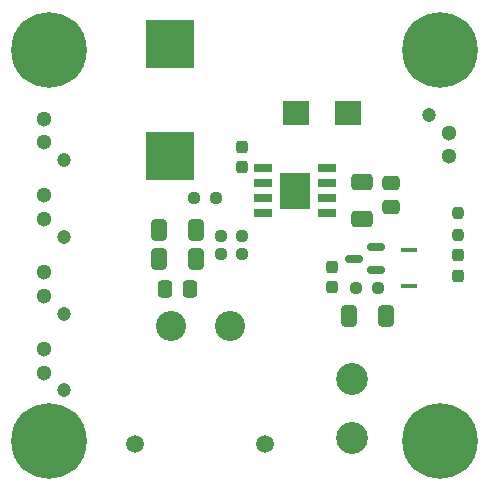
<source format=gbr>
%TF.GenerationSoftware,KiCad,Pcbnew,8.0.2*%
%TF.CreationDate,2024-05-06T11:08:46+09:00*%
%TF.ProjectId,5V-3A-BEC,35562d33-412d-4424-9543-2e6b69636164,0.1*%
%TF.SameCoordinates,Original*%
%TF.FileFunction,Soldermask,Top*%
%TF.FilePolarity,Negative*%
%FSLAX46Y46*%
G04 Gerber Fmt 4.6, Leading zero omitted, Abs format (unit mm)*
G04 Created by KiCad (PCBNEW 8.0.2) date 2024-05-06 11:08:46*
%MOMM*%
%LPD*%
G01*
G04 APERTURE LIST*
G04 Aperture macros list*
%AMRoundRect*
0 Rectangle with rounded corners*
0 $1 Rounding radius*
0 $2 $3 $4 $5 $6 $7 $8 $9 X,Y pos of 4 corners*
0 Add a 4 corners polygon primitive as box body*
4,1,4,$2,$3,$4,$5,$6,$7,$8,$9,$2,$3,0*
0 Add four circle primitives for the rounded corners*
1,1,$1+$1,$2,$3*
1,1,$1+$1,$4,$5*
1,1,$1+$1,$6,$7*
1,1,$1+$1,$8,$9*
0 Add four rect primitives between the rounded corners*
20,1,$1+$1,$2,$3,$4,$5,0*
20,1,$1+$1,$4,$5,$6,$7,0*
20,1,$1+$1,$6,$7,$8,$9,0*
20,1,$1+$1,$8,$9,$2,$3,0*%
G04 Aperture macros list end*
%ADD10R,2.200000X2.100000*%
%ADD11RoundRect,0.237500X0.237500X-0.300000X0.237500X0.300000X-0.237500X0.300000X-0.237500X-0.300000X0*%
%ADD12C,1.200000*%
%ADD13C,1.300000*%
%ADD14RoundRect,0.237500X-0.237500X0.287500X-0.237500X-0.287500X0.237500X-0.287500X0.237500X0.287500X0*%
%ADD15RoundRect,0.150000X0.587500X0.150000X-0.587500X0.150000X-0.587500X-0.150000X0.587500X-0.150000X0*%
%ADD16C,0.800000*%
%ADD17C,6.400000*%
%ADD18RoundRect,0.250000X-0.412500X-0.650000X0.412500X-0.650000X0.412500X0.650000X-0.412500X0.650000X0*%
%ADD19RoundRect,0.237500X0.250000X0.237500X-0.250000X0.237500X-0.250000X-0.237500X0.250000X-0.237500X0*%
%ADD20RoundRect,0.250000X0.475000X-0.337500X0.475000X0.337500X-0.475000X0.337500X-0.475000X-0.337500X0*%
%ADD21RoundRect,0.250000X0.412500X0.650000X-0.412500X0.650000X-0.412500X-0.650000X0.412500X-0.650000X0*%
%ADD22RoundRect,0.237500X-0.250000X-0.237500X0.250000X-0.237500X0.250000X0.237500X-0.250000X0.237500X0*%
%ADD23R,1.525000X0.650000*%
%ADD24R,2.600000X3.100000*%
%ADD25C,2.550000*%
%ADD26C,1.500000*%
%ADD27RoundRect,0.250000X0.337500X0.475000X-0.337500X0.475000X-0.337500X-0.475000X0.337500X-0.475000X0*%
%ADD28C,2.700000*%
%ADD29R,4.100000X4.100000*%
%ADD30RoundRect,0.237500X-0.237500X0.250000X-0.237500X-0.250000X0.237500X-0.250000X0.237500X0.250000X0*%
%ADD31RoundRect,0.250000X0.650000X-0.412500X0.650000X0.412500X-0.650000X0.412500X-0.650000X-0.412500X0*%
%ADD32R,1.450000X0.390000*%
G04 APERTURE END LIST*
D10*
%TO.C,D2*%
X126200000Y-111800000D03*
X121800000Y-111800000D03*
%TD*%
D11*
%TO.C,C8*%
X124862500Y-126550000D03*
X124862500Y-124825000D03*
%TD*%
D12*
%TO.C,J1*%
X133000000Y-112000000D03*
D13*
X134700000Y-113500000D03*
X134700000Y-115500000D03*
%TD*%
D14*
%TO.C,D1*%
X135500000Y-123850000D03*
X135500000Y-125600000D03*
%TD*%
D15*
%TO.C,Q1*%
X128537500Y-125100000D03*
X128537500Y-123200000D03*
X126662500Y-124150000D03*
%TD*%
D12*
%TO.C,J6*%
X102100000Y-128800000D03*
D13*
X100400000Y-127300000D03*
X100400000Y-125300000D03*
%TD*%
D11*
%TO.C,C1*%
X117170000Y-116400000D03*
X117170000Y-114675000D03*
%TD*%
D16*
%TO.C,H4*%
X131600000Y-106450001D03*
X132302944Y-104752945D03*
X132302944Y-108147057D03*
X134000000Y-104050001D03*
D17*
X134000000Y-106450001D03*
D16*
X134000000Y-108850001D03*
X135697056Y-104752945D03*
X135697056Y-108147057D03*
X136400000Y-106450001D03*
%TD*%
D12*
%TO.C,J5*%
X102100000Y-122300000D03*
D13*
X100400000Y-120800000D03*
X100400000Y-118800000D03*
%TD*%
D18*
%TO.C,C7*%
X126237500Y-129000000D03*
X129362500Y-129000000D03*
%TD*%
D19*
%TO.C,R5*%
X128712500Y-126650000D03*
X126887500Y-126650000D03*
%TD*%
D20*
%TO.C,C6*%
X129800000Y-119800000D03*
X129800000Y-117725000D03*
%TD*%
D21*
%TO.C,C3*%
X113312500Y-124150000D03*
X110187500Y-124150000D03*
%TD*%
%TO.C,C4*%
X113312500Y-121750000D03*
X110187500Y-121750000D03*
%TD*%
D22*
%TO.C,R1*%
X113175000Y-119000000D03*
X115000000Y-119000000D03*
%TD*%
%TO.C,R2*%
X115400000Y-123750000D03*
X117225000Y-123750000D03*
%TD*%
D16*
%TO.C,H1*%
X98500000Y-106450001D03*
X99202944Y-104752945D03*
X99202944Y-108147057D03*
X100900000Y-104050001D03*
D17*
X100900000Y-106450001D03*
D16*
X100900000Y-108850001D03*
X102597056Y-104752945D03*
X102597056Y-108147057D03*
X103300000Y-106450001D03*
%TD*%
D12*
%TO.C,J7*%
X102100000Y-135300000D03*
D13*
X100400000Y-133800000D03*
X100400000Y-131800000D03*
%TD*%
D23*
%TO.C,IC1*%
X118996000Y-116477500D03*
X118996000Y-117747500D03*
X118996000Y-119017500D03*
X118996000Y-120287500D03*
X124420000Y-120287500D03*
X124420000Y-119017500D03*
X124420000Y-117747500D03*
X124420000Y-116477500D03*
D24*
X121708000Y-118382500D03*
%TD*%
D25*
%TO.C,J2*%
X116150000Y-129850000D03*
X111150000Y-129850000D03*
D26*
X108150000Y-139850000D03*
X119150000Y-139850000D03*
%TD*%
D22*
%TO.C,R3*%
X115400000Y-122250000D03*
X117225000Y-122250000D03*
%TD*%
D27*
%TO.C,C2*%
X112787500Y-126750000D03*
X110712500Y-126750000D03*
%TD*%
D16*
%TO.C,H2*%
X98500000Y-139550001D03*
X99202944Y-137852945D03*
X99202944Y-141247057D03*
X100900000Y-137150001D03*
D17*
X100900000Y-139550001D03*
D16*
X100900000Y-141950001D03*
X102597056Y-137852945D03*
X102597056Y-141247057D03*
X103300000Y-139550001D03*
%TD*%
D28*
%TO.C,J3*%
X126500000Y-139300000D03*
X126500000Y-134300000D03*
%TD*%
D29*
%TO.C,L1*%
X111120000Y-105987500D03*
X111120000Y-115487500D03*
%TD*%
D30*
%TO.C,R4*%
X135500000Y-120325000D03*
X135500000Y-122150000D03*
%TD*%
D31*
%TO.C,C5*%
X127400000Y-120800000D03*
X127400000Y-117675000D03*
%TD*%
D12*
%TO.C,J4*%
X102100000Y-115800000D03*
D13*
X100400000Y-114300000D03*
X100400000Y-112300000D03*
%TD*%
D16*
%TO.C,H3*%
X131600000Y-139550001D03*
X132302944Y-137852945D03*
X132302944Y-141247057D03*
X134000000Y-137150001D03*
D17*
X134000000Y-139550001D03*
D16*
X134000000Y-141950001D03*
X135697056Y-137852945D03*
X135697056Y-141247057D03*
X136400000Y-139550001D03*
%TD*%
D32*
%TO.C,Z1*%
X131362500Y-123390000D03*
X131362500Y-126500000D03*
%TD*%
M02*

</source>
